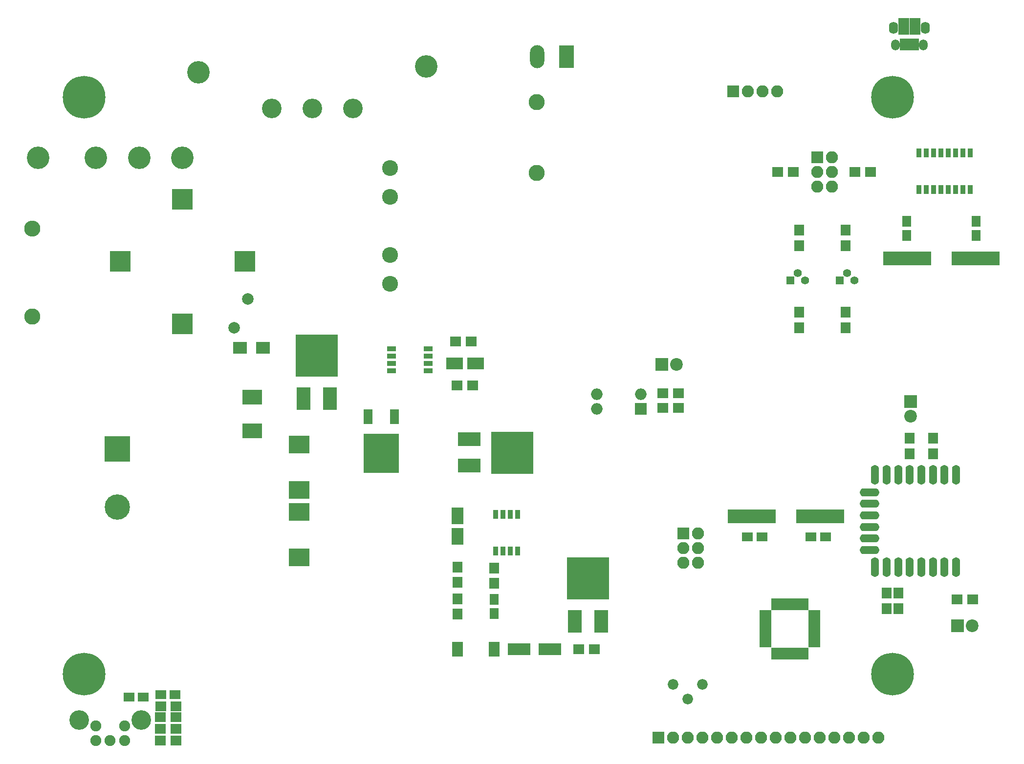
<source format=gbr>
G04 #@! TF.FileFunction,Soldermask,Top*
%FSLAX46Y46*%
G04 Gerber Fmt 4.6, Leading zero omitted, Abs format (unit mm)*
G04 Created by KiCad (PCBNEW 4.0.6) date Fri Jun  2 22:43:18 2017*
%MOMM*%
%LPD*%
G01*
G04 APERTURE LIST*
%ADD10C,0.100000*%
%ADD11R,1.600000X2.600000*%
%ADD12R,6.200000X6.800000*%
%ADD13R,1.650000X1.900000*%
%ADD14R,2.000000X3.000000*%
%ADD15C,3.900000*%
%ADD16C,3.400000*%
%ADD17R,2.400000X2.000000*%
%ADD18R,3.000000X2.000000*%
%ADD19R,3.900000X2.000000*%
%ADD20R,1.900000X1.650000*%
%ADD21R,3.400000X2.600000*%
%ADD22R,4.400000X4.400000*%
%ADD23C,4.400000*%
%ADD24R,2.200000X2.200000*%
%ADD25C,2.200000*%
%ADD26R,2.100000X2.100000*%
%ADD27O,2.100000X2.100000*%
%ADD28C,2.750000*%
%ADD29R,2.500000X4.000000*%
%ADD30O,2.500000X4.000000*%
%ADD31R,0.800000X2.050000*%
%ADD32O,1.500000X1.900000*%
%ADD33O,1.600000X2.100000*%
%ADD34R,1.830000X2.900000*%
%ADD35R,1.900000X2.600000*%
%ADD36C,2.800000*%
%ADD37R,3.580000X3.580000*%
%ADD38C,1.400000*%
%ADD39R,1.400000X1.400000*%
%ADD40R,1.700000X1.900000*%
%ADD41R,3.600000X3.100000*%
%ADD42R,1.900000X1.700000*%
%ADD43O,2.800000X2.800000*%
%ADD44C,2.000000*%
%ADD45C,1.840000*%
%ADD46R,0.908000X1.543000*%
%ADD47R,0.950000X2.000000*%
%ADD48R,2.000000X0.950000*%
%ADD49R,1.543000X0.908000*%
%ADD50R,2.000000X2.000000*%
%ADD51O,2.000000X2.000000*%
%ADD52O,1.400000X3.400000*%
%ADD53O,3.400000X1.400000*%
%ADD54R,8.275000X2.400000*%
%ADD55R,2.400000X3.900000*%
%ADD56R,7.400000X7.400000*%
%ADD57R,3.900000X2.400000*%
%ADD58C,1.900000*%
%ADD59C,7.400000*%
%ADD60C,1.000000*%
G04 APERTURE END LIST*
D10*
D11*
X128263000Y-97435000D03*
X123703000Y-97435000D03*
D12*
X125983000Y-103735000D03*
D13*
X145542000Y-131552000D03*
X145542000Y-129052000D03*
D14*
X139192000Y-118154000D03*
X139192000Y-114554000D03*
D15*
X94250000Y-37700000D03*
D16*
X107000000Y-44000000D03*
X114000000Y-44000000D03*
X121000000Y-44000000D03*
D15*
X133750000Y-36700000D03*
D17*
X101500000Y-85500000D03*
X105500000Y-85500000D03*
D18*
X138662000Y-88138000D03*
X142262000Y-88138000D03*
D19*
X149794000Y-137668000D03*
X155194000Y-137668000D03*
D20*
X191882000Y-118214000D03*
X189382000Y-118214000D03*
X202882000Y-118214000D03*
X200382000Y-118214000D03*
D21*
X103632000Y-94022000D03*
X103632000Y-99822000D03*
D22*
X80264000Y-103030000D03*
D23*
X80264000Y-113030000D03*
D20*
X84750000Y-146000000D03*
X82250000Y-146000000D03*
X90250000Y-145542000D03*
X87750000Y-145542000D03*
D13*
X229000000Y-63500000D03*
X229000000Y-66000000D03*
X217000000Y-63500000D03*
X217000000Y-66000000D03*
D24*
X225806000Y-133604000D03*
D25*
X228346000Y-133604000D03*
D15*
X91500000Y-52500000D03*
X84000000Y-52500000D03*
X76500000Y-52500000D03*
X66500000Y-52500000D03*
D24*
X174505000Y-88352500D03*
D25*
X177045000Y-88352500D03*
D24*
X217678000Y-94742000D03*
D25*
X217678000Y-97282000D03*
D26*
X173980000Y-153000000D03*
D27*
X176520000Y-153000000D03*
X179060000Y-153000000D03*
X181600000Y-153000000D03*
X184140000Y-153000000D03*
X186680000Y-153000000D03*
X189220000Y-153000000D03*
X191760000Y-153000000D03*
X194300000Y-153000000D03*
X196840000Y-153000000D03*
X199380000Y-153000000D03*
X201920000Y-153000000D03*
X204460000Y-153000000D03*
X207000000Y-153000000D03*
X209540000Y-153000000D03*
X212080000Y-153000000D03*
D28*
X127508000Y-59342000D03*
X127508000Y-54342000D03*
X127508000Y-69342000D03*
X127508000Y-74342000D03*
D29*
X158000000Y-35000000D03*
D30*
X152920000Y-35000000D03*
D26*
X178308000Y-117602000D03*
D27*
X180848000Y-117602000D03*
X178308000Y-120142000D03*
X180848000Y-120142000D03*
X178308000Y-122682000D03*
X180848000Y-122682000D03*
D31*
X218720000Y-32880000D03*
X218070000Y-32880000D03*
X217420000Y-32880000D03*
X216770000Y-32880000D03*
X216120000Y-32880000D03*
D32*
X219840000Y-33000000D03*
X215000000Y-33000000D03*
D33*
X220150000Y-30000000D03*
X214690000Y-30000000D03*
D34*
X218380000Y-29760000D03*
X216460000Y-29760000D03*
D26*
X201460000Y-52460000D03*
D27*
X204000000Y-52460000D03*
X201460000Y-55000000D03*
X204000000Y-55000000D03*
X201460000Y-57540000D03*
X204000000Y-57540000D03*
D26*
X186920000Y-41000000D03*
D27*
X189460000Y-41000000D03*
X192000000Y-41000000D03*
X194540000Y-41000000D03*
D35*
X139142000Y-137668000D03*
X145542000Y-137668000D03*
D36*
X152908000Y-42918000D03*
X152908000Y-55118000D03*
D37*
X102300000Y-70500000D03*
X91500000Y-59700000D03*
X80700000Y-70500000D03*
X91500000Y-81300000D03*
D38*
X206648000Y-72530000D03*
X207918000Y-73800000D03*
D39*
X205378000Y-73800000D03*
D38*
X198108000Y-72530000D03*
X199378000Y-73800000D03*
D39*
X196838000Y-73800000D03*
D40*
X145542000Y-126318000D03*
X145542000Y-123618000D03*
X139192000Y-128952000D03*
X139192000Y-131652000D03*
X139192000Y-126144000D03*
X139192000Y-123444000D03*
D41*
X111760000Y-102222000D03*
X111760000Y-110122000D03*
D42*
X162894000Y-137668000D03*
X160194000Y-137668000D03*
X141558000Y-84328000D03*
X138858000Y-84328000D03*
X139112000Y-91948000D03*
X141812000Y-91948000D03*
X228426000Y-129032000D03*
X225726000Y-129032000D03*
X177395000Y-95852500D03*
X174695000Y-95852500D03*
X174695000Y-93352500D03*
X177395000Y-93352500D03*
D36*
X65532000Y-80010000D03*
D43*
X65532000Y-64770000D03*
D40*
X206378000Y-79300000D03*
X206378000Y-82000000D03*
X221500000Y-103850000D03*
X221500000Y-101150000D03*
X215500000Y-130700000D03*
X215500000Y-128000000D03*
X213500000Y-130700000D03*
X213500000Y-128000000D03*
X206378000Y-65100000D03*
X206378000Y-67800000D03*
X198378000Y-65100000D03*
X198378000Y-67800000D03*
X198378000Y-82000000D03*
X198378000Y-79300000D03*
D42*
X87650000Y-151500000D03*
X90350000Y-151500000D03*
X87724000Y-147574000D03*
X90424000Y-147574000D03*
X90350000Y-149500000D03*
X87650000Y-149500000D03*
X87650000Y-153500000D03*
X90350000Y-153500000D03*
X208000000Y-55000000D03*
X210700000Y-55000000D03*
X197350000Y-55000000D03*
X194650000Y-55000000D03*
D40*
X217500000Y-103850000D03*
X217500000Y-101150000D03*
D41*
X111760000Y-121806000D03*
X111760000Y-113906000D03*
D44*
X100500000Y-82000000D03*
X102800000Y-77000000D03*
D45*
X181610000Y-143764000D03*
X179070000Y-146304000D03*
X176530000Y-143764000D03*
D46*
X145796000Y-114300000D03*
X147066000Y-114300000D03*
X148336000Y-114300000D03*
X149606000Y-114300000D03*
X149606000Y-120650000D03*
X148336000Y-120650000D03*
X147066000Y-120650000D03*
X145796000Y-120650000D03*
D47*
X199542000Y-129930000D03*
X198742000Y-129930000D03*
X197942000Y-129930000D03*
X197142000Y-129930000D03*
X196342000Y-129930000D03*
X195542000Y-129930000D03*
X194742000Y-129930000D03*
X193942000Y-129930000D03*
D48*
X192492000Y-131380000D03*
X192492000Y-132180000D03*
X192492000Y-132980000D03*
X192492000Y-133780000D03*
X192492000Y-134580000D03*
X192492000Y-135380000D03*
X192492000Y-136180000D03*
X192492000Y-136980000D03*
D47*
X193942000Y-138430000D03*
X194742000Y-138430000D03*
X195542000Y-138430000D03*
X196342000Y-138430000D03*
X197142000Y-138430000D03*
X197942000Y-138430000D03*
X198742000Y-138430000D03*
X199542000Y-138430000D03*
D48*
X200992000Y-136980000D03*
X200992000Y-136180000D03*
X200992000Y-135380000D03*
X200992000Y-134580000D03*
X200992000Y-133780000D03*
X200992000Y-132980000D03*
X200992000Y-132180000D03*
X200992000Y-131380000D03*
D49*
X134112000Y-85598000D03*
X134112000Y-86868000D03*
X134112000Y-88138000D03*
X134112000Y-89408000D03*
X127762000Y-89408000D03*
X127762000Y-88138000D03*
X127762000Y-86868000D03*
X127762000Y-85598000D03*
D50*
X170942000Y-96012000D03*
D51*
X163322000Y-93472000D03*
X170942000Y-93472000D03*
X163322000Y-96012000D03*
D52*
X225500000Y-107500000D03*
X223500000Y-107500000D03*
X221500000Y-107500000D03*
X219500000Y-107500000D03*
X217500000Y-107500000D03*
X215500000Y-107500000D03*
X213500000Y-107500000D03*
X211500000Y-107500000D03*
D53*
X210500000Y-110500000D03*
X210500000Y-112500000D03*
X210500000Y-114500000D03*
X210500000Y-116500000D03*
X210500000Y-118500000D03*
X210500000Y-120500000D03*
D52*
X211500000Y-123500000D03*
X213500000Y-123500000D03*
X215500000Y-123500000D03*
X217500000Y-123500000D03*
X219500000Y-123500000D03*
X221500000Y-123500000D03*
X223500000Y-123500000D03*
X225500000Y-123500000D03*
D46*
X219110000Y-51650000D03*
X221650000Y-51650000D03*
X222920000Y-51650000D03*
X224190000Y-51650000D03*
X225460000Y-51650000D03*
X226730000Y-51650000D03*
X228000000Y-51650000D03*
X228000000Y-58000000D03*
X226730000Y-58000000D03*
X225460000Y-58000000D03*
X224190000Y-58000000D03*
X222920000Y-58000000D03*
X221650000Y-58000000D03*
X220380000Y-58000000D03*
X219110000Y-58000000D03*
X220380000Y-51650000D03*
D54*
X202007500Y-114714000D03*
X190132500Y-114714000D03*
X228937500Y-70000000D03*
X217062500Y-70000000D03*
D55*
X112508000Y-94237000D03*
X117088000Y-94237000D03*
D56*
X114808000Y-86837000D03*
D55*
X159498000Y-132845000D03*
X164078000Y-132845000D03*
D56*
X161798000Y-125445000D03*
D57*
X141221000Y-101332000D03*
X141221000Y-105912000D03*
D56*
X148621000Y-103632000D03*
D58*
X76500000Y-151000000D03*
X81500000Y-151000000D03*
X76500000Y-153500000D03*
X79000000Y-153500000D03*
X81500000Y-153500000D03*
D16*
X73600000Y-150000000D03*
X84400000Y-150000000D03*
D59*
X74500000Y-42000000D03*
D60*
X77125000Y-42000000D03*
X76356155Y-43856155D03*
X74500000Y-44625000D03*
X72643845Y-43856155D03*
X71875000Y-42000000D03*
X72643845Y-40143845D03*
X74500000Y-39375000D03*
X76356155Y-40143845D03*
D59*
X74500000Y-142000000D03*
D60*
X77125000Y-142000000D03*
X76356155Y-143856155D03*
X74500000Y-144625000D03*
X72643845Y-143856155D03*
X71875000Y-142000000D03*
X72643845Y-140143845D03*
X74500000Y-139375000D03*
X76356155Y-140143845D03*
D59*
X214500000Y-42000000D03*
D60*
X217125000Y-42000000D03*
X216356155Y-43856155D03*
X214500000Y-44625000D03*
X212643845Y-43856155D03*
X211875000Y-42000000D03*
X212643845Y-40143845D03*
X214500000Y-39375000D03*
X216356155Y-40143845D03*
D59*
X214500000Y-142000000D03*
D60*
X217125000Y-142000000D03*
X216356155Y-143856155D03*
X214500000Y-144625000D03*
X212643845Y-143856155D03*
X211875000Y-142000000D03*
X212643845Y-140143845D03*
X214500000Y-139375000D03*
X216356155Y-140143845D03*
M02*

</source>
